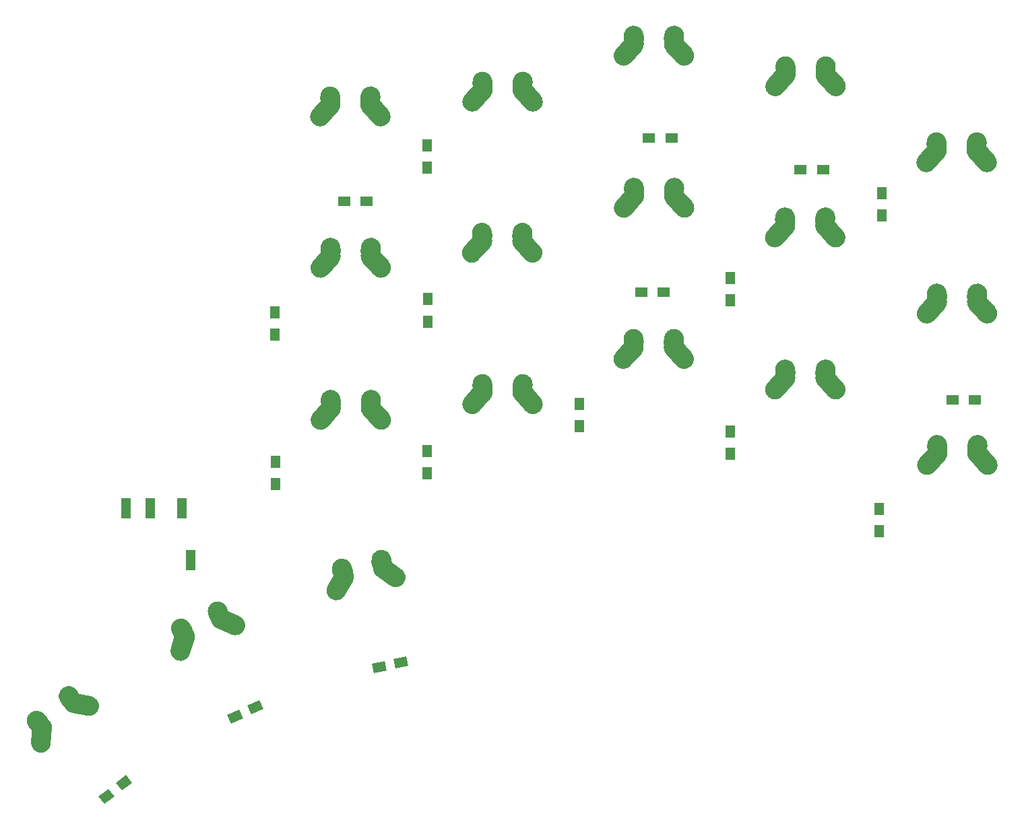
<source format=gbr>
%TF.GenerationSoftware,KiCad,Pcbnew,(5.1.7)-1*%
%TF.CreationDate,2021-04-13T23:29:16+05:30*%
%TF.ProjectId,Pteron56v0,50746572-6f6e-4353-9676-302e6b696361,rev?*%
%TF.SameCoordinates,Original*%
%TF.FileFunction,Paste,Top*%
%TF.FilePolarity,Positive*%
%FSLAX46Y46*%
G04 Gerber Fmt 4.6, Leading zero omitted, Abs format (unit mm)*
G04 Created by KiCad (PCBNEW (5.1.7)-1) date 2021-04-13 23:29:16*
%MOMM*%
%LPD*%
G01*
G04 APERTURE LIST*
%ADD10R,1.600000X1.200000*%
%ADD11R,1.200000X1.600000*%
%ADD12C,0.100000*%
%ADD13R,1.200000X2.500000*%
G04 APERTURE END LIST*
D10*
%TO.C,D8*%
X199850200Y-86080600D03*
X197050200Y-86080600D03*
%TD*%
D11*
%TO.C,D28*%
X111995245Y-96746640D03*
X111995245Y-93946640D03*
%TD*%
%TO.C,D27*%
X111903079Y-77892861D03*
X111903079Y-75092861D03*
%TD*%
D10*
%TO.C,D26*%
X123421600Y-61137800D03*
X120621600Y-61137800D03*
%TD*%
D11*
%TO.C,D24*%
X131007609Y-95338162D03*
X131007609Y-92538162D03*
%TD*%
%TO.C,D23*%
X131169349Y-76261240D03*
X131169349Y-73461240D03*
%TD*%
%TO.C,D22*%
X131017392Y-56906155D03*
X131017392Y-54106155D03*
%TD*%
D12*
%TO.C,D20*%
G36*
X90987351Y-135017245D02*
G01*
X91717865Y-135969269D01*
X90448499Y-136943287D01*
X89717985Y-135991263D01*
X90987351Y-135017245D01*
G37*
G36*
X93208741Y-133312713D02*
G01*
X93939255Y-134264737D01*
X92669889Y-135238755D01*
X91939375Y-134286731D01*
X93208741Y-133312713D01*
G37*
%TD*%
D11*
%TO.C,D19*%
X150192403Y-89465988D03*
X150192403Y-86665988D03*
%TD*%
D10*
%TO.C,D18*%
X160797700Y-72580500D03*
X157997700Y-72580500D03*
%TD*%
%TO.C,D17*%
X161737500Y-53181250D03*
X158937500Y-53181250D03*
%TD*%
D12*
%TO.C,D15*%
G36*
X107388864Y-125058787D02*
G01*
X107896006Y-126146356D01*
X106445914Y-126822545D01*
X105938772Y-125734976D01*
X107388864Y-125058787D01*
G37*
G36*
X109926526Y-123875455D02*
G01*
X110433668Y-124963024D01*
X108983576Y-125639213D01*
X108476434Y-124551644D01*
X109926526Y-123875455D01*
G37*
%TD*%
D11*
%TO.C,D14*%
X169116409Y-92931959D03*
X169116409Y-90131959D03*
%TD*%
%TO.C,D13*%
X169145564Y-73625398D03*
X169145564Y-70825398D03*
%TD*%
D10*
%TO.C,D12*%
X180787500Y-57150000D03*
X177987500Y-57150000D03*
%TD*%
D12*
%TO.C,D10*%
G36*
X125667139Y-118997746D02*
G01*
X125926867Y-120169301D01*
X124364793Y-120515604D01*
X124105065Y-119344049D01*
X125667139Y-118997746D01*
G37*
G36*
X128400767Y-118391716D02*
G01*
X128660495Y-119563271D01*
X127098421Y-119909574D01*
X126838693Y-118738019D01*
X128400767Y-118391716D01*
G37*
%TD*%
D11*
%TO.C,D9*%
X187873952Y-102616766D03*
X187873952Y-99816766D03*
%TD*%
%TO.C,D7*%
X188223421Y-62916973D03*
X188223421Y-60116973D03*
%TD*%
%TO.C,SW17*%
G36*
G01*
X162975918Y-40553992D02*
X164285908Y-42014000D01*
G75*
G02*
X164190310Y-43779180I-930389J-834791D01*
G01*
X164190310Y-43779180D01*
G75*
G02*
X162425130Y-43683582I-834791J930389D01*
G01*
X161115140Y-42223574D01*
G75*
G02*
X161210738Y-40458394I930389J834791D01*
G01*
X161210738Y-40458394D01*
G75*
G02*
X162975918Y-40553992I834791J-930389D01*
G01*
G37*
G36*
G01*
X155798568Y-40975983D02*
X155758487Y-40394786D01*
G75*
G02*
X156919526Y-39061749I1247038J85999D01*
G01*
X156919526Y-39061749D01*
G75*
G02*
X158252563Y-40222788I85999J-1247038D01*
G01*
X158292561Y-40802788D01*
G75*
G02*
X157131522Y-42135825I-1247038J-85999D01*
G01*
X157131522Y-42135825D01*
G75*
G02*
X155798485Y-40974786I-85999J1247038D01*
G01*
G37*
G36*
G01*
X157975908Y-42223574D02*
X156665918Y-43683582D01*
G75*
G02*
X154900738Y-43779180I-930389J834791D01*
G01*
X154900738Y-43779180D01*
G75*
G02*
X154805140Y-42014000I834791J930389D01*
G01*
X156115130Y-40553992D01*
G75*
G02*
X157880310Y-40458394I930389J-834791D01*
G01*
X157880310Y-40458394D01*
G75*
G02*
X157975908Y-42223574I-834791J-930389D01*
G01*
G37*
G36*
G01*
X160798570Y-40801591D02*
X160838485Y-40222788D01*
G75*
G02*
X162171522Y-39061749I1247038J-85999D01*
G01*
X162171522Y-39061749D01*
G75*
G02*
X163332561Y-40394786I-85999J-1247038D01*
G01*
X163292563Y-40974786D01*
G75*
G02*
X161959526Y-42135825I-1247038J85999D01*
G01*
X161959526Y-42135825D01*
G75*
G02*
X160798487Y-40802788I85999J1247038D01*
G01*
G37*
%TD*%
D13*
%TO.C,J1*%
X93218000Y-99747000D03*
X96218000Y-99747000D03*
X100218000Y-99747000D03*
X101318000Y-106247000D03*
%TD*%
%TO.C,SW28*%
G36*
G01*
X124887648Y-86350240D02*
X126197638Y-87810248D01*
G75*
G02*
X126102040Y-89575428I-930389J-834791D01*
G01*
X126102040Y-89575428D01*
G75*
G02*
X124336860Y-89479830I-834791J930389D01*
G01*
X123026870Y-88019822D01*
G75*
G02*
X123122468Y-86254642I930389J834791D01*
G01*
X123122468Y-86254642D01*
G75*
G02*
X124887648Y-86350240I834791J-930389D01*
G01*
G37*
G36*
G01*
X117710298Y-86772231D02*
X117670217Y-86191034D01*
G75*
G02*
X118831256Y-84857997I1247038J85999D01*
G01*
X118831256Y-84857997D01*
G75*
G02*
X120164293Y-86019036I85999J-1247038D01*
G01*
X120204291Y-86599036D01*
G75*
G02*
X119043252Y-87932073I-1247038J-85999D01*
G01*
X119043252Y-87932073D01*
G75*
G02*
X117710215Y-86771034I-85999J1247038D01*
G01*
G37*
G36*
G01*
X119887638Y-88019822D02*
X118577648Y-89479830D01*
G75*
G02*
X116812468Y-89575428I-930389J834791D01*
G01*
X116812468Y-89575428D01*
G75*
G02*
X116716870Y-87810248I834791J930389D01*
G01*
X118026860Y-86350240D01*
G75*
G02*
X119792040Y-86254642I930389J-834791D01*
G01*
X119792040Y-86254642D01*
G75*
G02*
X119887638Y-88019822I-834791J-930389D01*
G01*
G37*
G36*
G01*
X122710300Y-86597839D02*
X122750215Y-86019036D01*
G75*
G02*
X124083252Y-84857997I1247038J-85999D01*
G01*
X124083252Y-84857997D01*
G75*
G02*
X125244291Y-86191034I-85999J-1247038D01*
G01*
X125204293Y-86771034D01*
G75*
G02*
X123871256Y-87932073I-1247038J85999D01*
G01*
X123871256Y-87932073D01*
G75*
G02*
X122710217Y-86599036I85999J1247038D01*
G01*
G37*
%TD*%
%TO.C,SW27*%
G36*
G01*
X124868269Y-67224790D02*
X126178259Y-68684798D01*
G75*
G02*
X126082661Y-70449978I-930389J-834791D01*
G01*
X126082661Y-70449978D01*
G75*
G02*
X124317481Y-70354380I-834791J930389D01*
G01*
X123007491Y-68894372D01*
G75*
G02*
X123103089Y-67129192I930389J834791D01*
G01*
X123103089Y-67129192D01*
G75*
G02*
X124868269Y-67224790I834791J-930389D01*
G01*
G37*
G36*
G01*
X117690919Y-67646781D02*
X117650838Y-67065584D01*
G75*
G02*
X118811877Y-65732547I1247038J85999D01*
G01*
X118811877Y-65732547D01*
G75*
G02*
X120144914Y-66893586I85999J-1247038D01*
G01*
X120184912Y-67473586D01*
G75*
G02*
X119023873Y-68806623I-1247038J-85999D01*
G01*
X119023873Y-68806623D01*
G75*
G02*
X117690836Y-67645584I-85999J1247038D01*
G01*
G37*
G36*
G01*
X119868259Y-68894372D02*
X118558269Y-70354380D01*
G75*
G02*
X116793089Y-70449978I-930389J834791D01*
G01*
X116793089Y-70449978D01*
G75*
G02*
X116697491Y-68684798I834791J930389D01*
G01*
X118007481Y-67224790D01*
G75*
G02*
X119772661Y-67129192I930389J-834791D01*
G01*
X119772661Y-67129192D01*
G75*
G02*
X119868259Y-68894372I-834791J-930389D01*
G01*
G37*
G36*
G01*
X122690921Y-67472389D02*
X122730836Y-66893586D01*
G75*
G02*
X124063873Y-65732547I1247038J-85999D01*
G01*
X124063873Y-65732547D01*
G75*
G02*
X125224912Y-67065584I-85999J-1247038D01*
G01*
X125184914Y-67645584D01*
G75*
G02*
X123851877Y-68806623I-1247038J85999D01*
G01*
X123851877Y-68806623D01*
G75*
G02*
X122690838Y-67473586I85999J1247038D01*
G01*
G37*
%TD*%
%TO.C,SW26*%
G36*
G01*
X124824626Y-48189895D02*
X126134616Y-49649903D01*
G75*
G02*
X126039018Y-51415083I-930389J-834791D01*
G01*
X126039018Y-51415083D01*
G75*
G02*
X124273838Y-51319485I-834791J930389D01*
G01*
X122963848Y-49859477D01*
G75*
G02*
X123059446Y-48094297I930389J834791D01*
G01*
X123059446Y-48094297D01*
G75*
G02*
X124824626Y-48189895I834791J-930389D01*
G01*
G37*
G36*
G01*
X117647276Y-48611886D02*
X117607195Y-48030689D01*
G75*
G02*
X118768234Y-46697652I1247038J85999D01*
G01*
X118768234Y-46697652D01*
G75*
G02*
X120101271Y-47858691I85999J-1247038D01*
G01*
X120141269Y-48438691D01*
G75*
G02*
X118980230Y-49771728I-1247038J-85999D01*
G01*
X118980230Y-49771728D01*
G75*
G02*
X117647193Y-48610689I-85999J1247038D01*
G01*
G37*
G36*
G01*
X119824616Y-49859477D02*
X118514626Y-51319485D01*
G75*
G02*
X116749446Y-51415083I-930389J834791D01*
G01*
X116749446Y-51415083D01*
G75*
G02*
X116653848Y-49649903I834791J930389D01*
G01*
X117963838Y-48189895D01*
G75*
G02*
X119729018Y-48094297I930389J-834791D01*
G01*
X119729018Y-48094297D01*
G75*
G02*
X119824616Y-49859477I-834791J-930389D01*
G01*
G37*
G36*
G01*
X122647278Y-48437494D02*
X122687193Y-47858691D01*
G75*
G02*
X124020230Y-46697652I1247038J-85999D01*
G01*
X124020230Y-46697652D01*
G75*
G02*
X125181269Y-48030689I-85999J-1247038D01*
G01*
X125141271Y-48610689D01*
G75*
G02*
X123808234Y-49771728I-1247038J85999D01*
G01*
X123808234Y-49771728D01*
G75*
G02*
X122647195Y-48438691I85999J1247038D01*
G01*
G37*
%TD*%
%TO.C,SW24*%
G36*
G01*
X143955053Y-84374165D02*
X145265043Y-85834173D01*
G75*
G02*
X145169445Y-87599353I-930389J-834791D01*
G01*
X145169445Y-87599353D01*
G75*
G02*
X143404265Y-87503755I-834791J930389D01*
G01*
X142094275Y-86043747D01*
G75*
G02*
X142189873Y-84278567I930389J834791D01*
G01*
X142189873Y-84278567D01*
G75*
G02*
X143955053Y-84374165I834791J-930389D01*
G01*
G37*
G36*
G01*
X136777703Y-84796156D02*
X136737622Y-84214959D01*
G75*
G02*
X137898661Y-82881922I1247038J85999D01*
G01*
X137898661Y-82881922D01*
G75*
G02*
X139231698Y-84042961I85999J-1247038D01*
G01*
X139271696Y-84622961D01*
G75*
G02*
X138110657Y-85955998I-1247038J-85999D01*
G01*
X138110657Y-85955998D01*
G75*
G02*
X136777620Y-84794959I-85999J1247038D01*
G01*
G37*
G36*
G01*
X138955043Y-86043747D02*
X137645053Y-87503755D01*
G75*
G02*
X135879873Y-87599353I-930389J834791D01*
G01*
X135879873Y-87599353D01*
G75*
G02*
X135784275Y-85834173I834791J930389D01*
G01*
X137094265Y-84374165D01*
G75*
G02*
X138859445Y-84278567I930389J-834791D01*
G01*
X138859445Y-84278567D01*
G75*
G02*
X138955043Y-86043747I-834791J-930389D01*
G01*
G37*
G36*
G01*
X141777705Y-84621764D02*
X141817620Y-84042961D01*
G75*
G02*
X143150657Y-82881922I1247038J-85999D01*
G01*
X143150657Y-82881922D01*
G75*
G02*
X144311696Y-84214959I-85999J-1247038D01*
G01*
X144271698Y-84794959D01*
G75*
G02*
X142938661Y-85955998I-1247038J85999D01*
G01*
X142938661Y-85955998D01*
G75*
G02*
X141777622Y-84622961I85999J1247038D01*
G01*
G37*
%TD*%
%TO.C,SW23*%
G36*
G01*
X143911409Y-65339269D02*
X145221399Y-66799277D01*
G75*
G02*
X145125801Y-68564457I-930389J-834791D01*
G01*
X145125801Y-68564457D01*
G75*
G02*
X143360621Y-68468859I-834791J930389D01*
G01*
X142050631Y-67008851D01*
G75*
G02*
X142146229Y-65243671I930389J834791D01*
G01*
X142146229Y-65243671D01*
G75*
G02*
X143911409Y-65339269I834791J-930389D01*
G01*
G37*
G36*
G01*
X136734059Y-65761260D02*
X136693978Y-65180063D01*
G75*
G02*
X137855017Y-63847026I1247038J85999D01*
G01*
X137855017Y-63847026D01*
G75*
G02*
X139188054Y-65008065I85999J-1247038D01*
G01*
X139228052Y-65588065D01*
G75*
G02*
X138067013Y-66921102I-1247038J-85999D01*
G01*
X138067013Y-66921102D01*
G75*
G02*
X136733976Y-65760063I-85999J1247038D01*
G01*
G37*
G36*
G01*
X138911399Y-67008851D02*
X137601409Y-68468859D01*
G75*
G02*
X135836229Y-68564457I-930389J834791D01*
G01*
X135836229Y-68564457D01*
G75*
G02*
X135740631Y-66799277I834791J930389D01*
G01*
X137050621Y-65339269D01*
G75*
G02*
X138815801Y-65243671I930389J-834791D01*
G01*
X138815801Y-65243671D01*
G75*
G02*
X138911399Y-67008851I-834791J-930389D01*
G01*
G37*
G36*
G01*
X141734061Y-65586868D02*
X141773976Y-65008065D01*
G75*
G02*
X143107013Y-63847026I1247038J-85999D01*
G01*
X143107013Y-63847026D01*
G75*
G02*
X144268052Y-65180063I-85999J-1247038D01*
G01*
X144228054Y-65760063D01*
G75*
G02*
X142895017Y-66921102I-1247038J85999D01*
G01*
X142895017Y-66921102D01*
G75*
G02*
X141733978Y-65588065I85999J1247038D01*
G01*
G37*
%TD*%
%TO.C,SW22*%
G36*
G01*
X143958320Y-46328643D02*
X145268310Y-47788651D01*
G75*
G02*
X145172712Y-49553831I-930389J-834791D01*
G01*
X145172712Y-49553831D01*
G75*
G02*
X143407532Y-49458233I-834791J930389D01*
G01*
X142097542Y-47998225D01*
G75*
G02*
X142193140Y-46233045I930389J834791D01*
G01*
X142193140Y-46233045D01*
G75*
G02*
X143958320Y-46328643I834791J-930389D01*
G01*
G37*
G36*
G01*
X136780970Y-46750634D02*
X136740889Y-46169437D01*
G75*
G02*
X137901928Y-44836400I1247038J85999D01*
G01*
X137901928Y-44836400D01*
G75*
G02*
X139234965Y-45997439I85999J-1247038D01*
G01*
X139274963Y-46577439D01*
G75*
G02*
X138113924Y-47910476I-1247038J-85999D01*
G01*
X138113924Y-47910476D01*
G75*
G02*
X136780887Y-46749437I-85999J1247038D01*
G01*
G37*
G36*
G01*
X138958310Y-47998225D02*
X137648320Y-49458233D01*
G75*
G02*
X135883140Y-49553831I-930389J834791D01*
G01*
X135883140Y-49553831D01*
G75*
G02*
X135787542Y-47788651I834791J930389D01*
G01*
X137097532Y-46328643D01*
G75*
G02*
X138862712Y-46233045I930389J-834791D01*
G01*
X138862712Y-46233045D01*
G75*
G02*
X138958310Y-47998225I-834791J-930389D01*
G01*
G37*
G36*
G01*
X141780972Y-46576242D02*
X141820887Y-45997439D01*
G75*
G02*
X143153924Y-44836400I1247038J-85999D01*
G01*
X143153924Y-44836400D01*
G75*
G02*
X144314963Y-46169437I-85999J-1247038D01*
G01*
X144274965Y-46749437D01*
G75*
G02*
X142941928Y-47910476I-1247038J85999D01*
G01*
X142941928Y-47910476D01*
G75*
G02*
X141780889Y-46577439I85999J1247038D01*
G01*
G37*
%TD*%
%TO.C,SW20*%
G36*
G01*
X86852733Y-123023857D02*
X88780815Y-123384687D01*
G75*
G02*
X89779545Y-124843295I-229939J-1228669D01*
G01*
X89779545Y-124843295D01*
G75*
G02*
X88320937Y-125842025I-1228669J229939D01*
G01*
X86392855Y-125481195D01*
G75*
G02*
X85394125Y-124022587I229939J1228669D01*
G01*
X85394125Y-124022587D01*
G75*
G02*
X86852733Y-123023857I1228669J-229939D01*
G01*
G37*
G36*
G01*
X81415449Y-127727938D02*
X81029841Y-127291243D01*
G75*
G02*
X81139454Y-125526878I936989J827376D01*
G01*
X81139454Y-125526878D01*
G75*
G02*
X82903819Y-125636491I827376J-936989D01*
G01*
X83288633Y-126072287D01*
G75*
G02*
X83179020Y-127836652I-936989J-827376D01*
G01*
X83179020Y-127836652D01*
G75*
G02*
X81414655Y-127727039I-827376J936989D01*
G01*
G37*
G36*
G01*
X83902335Y-127392238D02*
X83751847Y-129348012D01*
G75*
G02*
X82409632Y-130498429I-1246316J95899D01*
G01*
X82409632Y-130498429D01*
G75*
G02*
X81259215Y-129156214I95899J1246316D01*
G01*
X81409703Y-127200440D01*
G75*
G02*
X82751918Y-126050023I1246316J-95899D01*
G01*
X82751918Y-126050023D01*
G75*
G02*
X83902335Y-127392238I-95899J-1246316D01*
G01*
G37*
G36*
G01*
X85277261Y-124547594D02*
X84955368Y-124062283D01*
G75*
G02*
X85306141Y-122329666I1041695J690922D01*
G01*
X85306141Y-122329666D01*
G75*
G02*
X87038758Y-122680439I690922J-1041695D01*
G01*
X87360108Y-123164933D01*
G75*
G02*
X87009335Y-124897550I-1041695J-690922D01*
G01*
X87009335Y-124897550D01*
G75*
G02*
X85276718Y-124546777I-690922J1041695D01*
G01*
G37*
%TD*%
%TO.C,SW19*%
G36*
G01*
X162948385Y-78690070D02*
X164258375Y-80150078D01*
G75*
G02*
X164162777Y-81915258I-930389J-834791D01*
G01*
X164162777Y-81915258D01*
G75*
G02*
X162397597Y-81819660I-834791J930389D01*
G01*
X161087607Y-80359652D01*
G75*
G02*
X161183205Y-78594472I930389J834791D01*
G01*
X161183205Y-78594472D01*
G75*
G02*
X162948385Y-78690070I834791J-930389D01*
G01*
G37*
G36*
G01*
X155771035Y-79112061D02*
X155730954Y-78530864D01*
G75*
G02*
X156891993Y-77197827I1247038J85999D01*
G01*
X156891993Y-77197827D01*
G75*
G02*
X158225030Y-78358866I85999J-1247038D01*
G01*
X158265028Y-78938866D01*
G75*
G02*
X157103989Y-80271903I-1247038J-85999D01*
G01*
X157103989Y-80271903D01*
G75*
G02*
X155770952Y-79110864I-85999J1247038D01*
G01*
G37*
G36*
G01*
X157948375Y-80359652D02*
X156638385Y-81819660D01*
G75*
G02*
X154873205Y-81915258I-930389J834791D01*
G01*
X154873205Y-81915258D01*
G75*
G02*
X154777607Y-80150078I834791J930389D01*
G01*
X156087597Y-78690070D01*
G75*
G02*
X157852777Y-78594472I930389J-834791D01*
G01*
X157852777Y-78594472D01*
G75*
G02*
X157948375Y-80359652I-834791J-930389D01*
G01*
G37*
G36*
G01*
X160771037Y-78937669D02*
X160810952Y-78358866D01*
G75*
G02*
X162143989Y-77197827I1247038J-85999D01*
G01*
X162143989Y-77197827D01*
G75*
G02*
X163305028Y-78530864I-85999J-1247038D01*
G01*
X163265030Y-79110864D01*
G75*
G02*
X161931993Y-80271903I-1247038J85999D01*
G01*
X161931993Y-80271903D01*
G75*
G02*
X160770954Y-78938866I85999J1247038D01*
G01*
G37*
%TD*%
%TO.C,SW18*%
G36*
G01*
X162995302Y-59679442D02*
X164305292Y-61139450D01*
G75*
G02*
X164209694Y-62904630I-930389J-834791D01*
G01*
X164209694Y-62904630D01*
G75*
G02*
X162444514Y-62809032I-834791J930389D01*
G01*
X161134524Y-61349024D01*
G75*
G02*
X161230122Y-59583844I930389J834791D01*
G01*
X161230122Y-59583844D01*
G75*
G02*
X162995302Y-59679442I834791J-930389D01*
G01*
G37*
G36*
G01*
X155817952Y-60101433D02*
X155777871Y-59520236D01*
G75*
G02*
X156938910Y-58187199I1247038J85999D01*
G01*
X156938910Y-58187199D01*
G75*
G02*
X158271947Y-59348238I85999J-1247038D01*
G01*
X158311945Y-59928238D01*
G75*
G02*
X157150906Y-61261275I-1247038J-85999D01*
G01*
X157150906Y-61261275D01*
G75*
G02*
X155817869Y-60100236I-85999J1247038D01*
G01*
G37*
G36*
G01*
X157995292Y-61349024D02*
X156685302Y-62809032D01*
G75*
G02*
X154920122Y-62904630I-930389J834791D01*
G01*
X154920122Y-62904630D01*
G75*
G02*
X154824524Y-61139450I834791J930389D01*
G01*
X156134514Y-59679442D01*
G75*
G02*
X157899694Y-59583844I930389J-834791D01*
G01*
X157899694Y-59583844D01*
G75*
G02*
X157995292Y-61349024I-834791J-930389D01*
G01*
G37*
G36*
G01*
X160817954Y-59927041D02*
X160857869Y-59348238D01*
G75*
G02*
X162190906Y-58187199I1247038J-85999D01*
G01*
X162190906Y-58187199D01*
G75*
G02*
X163351945Y-59520236I-85999J-1247038D01*
G01*
X163311947Y-60100236D01*
G75*
G02*
X161978910Y-61261275I-1247038J85999D01*
G01*
X161978910Y-61261275D01*
G75*
G02*
X160817871Y-59928238I85999J1247038D01*
G01*
G37*
%TD*%
%TO.C,SW15*%
G36*
G01*
X105623560Y-112562970D02*
X107427842Y-113332562D01*
G75*
G02*
X108087198Y-114972760I-490421J-1149777D01*
G01*
X108087198Y-114972760D01*
G75*
G02*
X106447000Y-115632116I-1149777J490421D01*
G01*
X104642718Y-114862524D01*
G75*
G02*
X103983362Y-113222326I490421J1149777D01*
G01*
X103983362Y-113222326D01*
G75*
G02*
X105623560Y-112562970I1149777J-490421D01*
G01*
G37*
G36*
G01*
X99297014Y-115978703D02*
X99015063Y-115468899D01*
G75*
G02*
X99503957Y-113770081I1093856J604962D01*
G01*
X99503957Y-113770081D01*
G75*
G02*
X101202775Y-114258975I604962J-1093856D01*
G01*
X101484145Y-114767729D01*
G75*
G02*
X100995251Y-116466547I-1093856J-604962D01*
G01*
X100995251Y-116466547D01*
G75*
G02*
X99296433Y-115977653I-604962J1093856D01*
G01*
G37*
G36*
G01*
X101797609Y-116189220D02*
X101227381Y-118066064D01*
G75*
G02*
X99667986Y-118898703I-1196017J363378D01*
G01*
X99667986Y-118898703D01*
G75*
G02*
X98835347Y-117339308I363378J1196017D01*
G01*
X99405575Y-115462464D01*
G75*
G02*
X100964970Y-114629825I1196017J-363378D01*
G01*
X100964970Y-114629825D01*
G75*
G02*
X101797609Y-116189220I-363378J-1196017D01*
G01*
G37*
G36*
G01*
X103755637Y-113709595D02*
X103546416Y-113166117D01*
G75*
G02*
X104263881Y-111550492I1166545J449080D01*
G01*
X104263881Y-111550492D01*
G75*
G02*
X105879506Y-112267957I449080J-1166545D01*
G01*
X106088374Y-112810519D01*
G75*
G02*
X105370909Y-114426144I-1166545J-449080D01*
G01*
X105370909Y-114426144D01*
G75*
G02*
X103755284Y-113708679I-449080J1166545D01*
G01*
G37*
%TD*%
%TO.C,SW14*%
G36*
G01*
X182008818Y-82535553D02*
X183318808Y-83995561D01*
G75*
G02*
X183223210Y-85760741I-930389J-834791D01*
G01*
X183223210Y-85760741D01*
G75*
G02*
X181458030Y-85665143I-834791J930389D01*
G01*
X180148040Y-84205135D01*
G75*
G02*
X180243638Y-82439955I930389J834791D01*
G01*
X180243638Y-82439955D01*
G75*
G02*
X182008818Y-82535553I834791J-930389D01*
G01*
G37*
G36*
G01*
X174831468Y-82957544D02*
X174791387Y-82376347D01*
G75*
G02*
X175952426Y-81043310I1247038J85999D01*
G01*
X175952426Y-81043310D01*
G75*
G02*
X177285463Y-82204349I85999J-1247038D01*
G01*
X177325461Y-82784349D01*
G75*
G02*
X176164422Y-84117386I-1247038J-85999D01*
G01*
X176164422Y-84117386D01*
G75*
G02*
X174831385Y-82956347I-85999J1247038D01*
G01*
G37*
G36*
G01*
X177008808Y-84205135D02*
X175698818Y-85665143D01*
G75*
G02*
X173933638Y-85760741I-930389J834791D01*
G01*
X173933638Y-85760741D01*
G75*
G02*
X173838040Y-83995561I834791J930389D01*
G01*
X175148030Y-82535553D01*
G75*
G02*
X176913210Y-82439955I930389J-834791D01*
G01*
X176913210Y-82439955D01*
G75*
G02*
X177008808Y-84205135I-834791J-930389D01*
G01*
G37*
G36*
G01*
X179831470Y-82783152D02*
X179871385Y-82204349D01*
G75*
G02*
X181204422Y-81043310I1247038J-85999D01*
G01*
X181204422Y-81043310D01*
G75*
G02*
X182365461Y-82376347I-85999J-1247038D01*
G01*
X182325463Y-82956347D01*
G75*
G02*
X180992426Y-84117386I-1247038J85999D01*
G01*
X180992426Y-84117386D01*
G75*
G02*
X179831387Y-82784349I85999J1247038D01*
G01*
G37*
%TD*%
%TO.C,SW13*%
G36*
G01*
X181989444Y-63410107D02*
X183299434Y-64870115D01*
G75*
G02*
X183203836Y-66635295I-930389J-834791D01*
G01*
X183203836Y-66635295D01*
G75*
G02*
X181438656Y-66539697I-834791J930389D01*
G01*
X180128666Y-65079689D01*
G75*
G02*
X180224264Y-63314509I930389J834791D01*
G01*
X180224264Y-63314509D01*
G75*
G02*
X181989444Y-63410107I834791J-930389D01*
G01*
G37*
G36*
G01*
X174812094Y-63832098D02*
X174772013Y-63250901D01*
G75*
G02*
X175933052Y-61917864I1247038J85999D01*
G01*
X175933052Y-61917864D01*
G75*
G02*
X177266089Y-63078903I85999J-1247038D01*
G01*
X177306087Y-63658903D01*
G75*
G02*
X176145048Y-64991940I-1247038J-85999D01*
G01*
X176145048Y-64991940D01*
G75*
G02*
X174812011Y-63830901I-85999J1247038D01*
G01*
G37*
G36*
G01*
X176989434Y-65079689D02*
X175679444Y-66539697D01*
G75*
G02*
X173914264Y-66635295I-930389J834791D01*
G01*
X173914264Y-66635295D01*
G75*
G02*
X173818666Y-64870115I834791J930389D01*
G01*
X175128656Y-63410107D01*
G75*
G02*
X176893836Y-63314509I930389J-834791D01*
G01*
X176893836Y-63314509D01*
G75*
G02*
X176989434Y-65079689I-834791J-930389D01*
G01*
G37*
G36*
G01*
X179812096Y-63657706D02*
X179852011Y-63078903D01*
G75*
G02*
X181185048Y-61917864I1247038J-85999D01*
G01*
X181185048Y-61917864D01*
G75*
G02*
X182346087Y-63250901I-85999J-1247038D01*
G01*
X182306089Y-63830901D01*
G75*
G02*
X180973052Y-64991940I-1247038J85999D01*
G01*
X180973052Y-64991940D01*
G75*
G02*
X179812013Y-63658903I85999J1247038D01*
G01*
G37*
%TD*%
%TO.C,SW12*%
G36*
G01*
X182036354Y-44399480D02*
X183346344Y-45859488D01*
G75*
G02*
X183250746Y-47624668I-930389J-834791D01*
G01*
X183250746Y-47624668D01*
G75*
G02*
X181485566Y-47529070I-834791J930389D01*
G01*
X180175576Y-46069062D01*
G75*
G02*
X180271174Y-44303882I930389J834791D01*
G01*
X180271174Y-44303882D01*
G75*
G02*
X182036354Y-44399480I834791J-930389D01*
G01*
G37*
G36*
G01*
X174859004Y-44821471D02*
X174818923Y-44240274D01*
G75*
G02*
X175979962Y-42907237I1247038J85999D01*
G01*
X175979962Y-42907237D01*
G75*
G02*
X177312999Y-44068276I85999J-1247038D01*
G01*
X177352997Y-44648276D01*
G75*
G02*
X176191958Y-45981313I-1247038J-85999D01*
G01*
X176191958Y-45981313D01*
G75*
G02*
X174858921Y-44820274I-85999J1247038D01*
G01*
G37*
G36*
G01*
X177036344Y-46069062D02*
X175726354Y-47529070D01*
G75*
G02*
X173961174Y-47624668I-930389J834791D01*
G01*
X173961174Y-47624668D01*
G75*
G02*
X173865576Y-45859488I834791J930389D01*
G01*
X175175566Y-44399480D01*
G75*
G02*
X176940746Y-44303882I930389J-834791D01*
G01*
X176940746Y-44303882D01*
G75*
G02*
X177036344Y-46069062I-834791J-930389D01*
G01*
G37*
G36*
G01*
X179859006Y-44647079D02*
X179898921Y-44068276D01*
G75*
G02*
X181231958Y-42907237I1247038J-85999D01*
G01*
X181231958Y-42907237D01*
G75*
G02*
X182392997Y-44240274I-85999J-1247038D01*
G01*
X182352999Y-44820274D01*
G75*
G02*
X181019962Y-45981313I-1247038J85999D01*
G01*
X181019962Y-45981313D01*
G75*
G02*
X179858923Y-44648276I85999J1247038D01*
G01*
G37*
%TD*%
%TO.C,SW10*%
G36*
G01*
X126211268Y-106275927D02*
X127806210Y-107417793D01*
G75*
G02*
X128094932Y-109161823I-727654J-1016376D01*
G01*
X128094932Y-109161823D01*
G75*
G02*
X126350902Y-109450545I-1016376J727654D01*
G01*
X124755960Y-108308679D01*
G75*
G02*
X124467238Y-106564649I727654J1016376D01*
G01*
X124467238Y-106564649D01*
G75*
G02*
X126211268Y-106275927I1016376J-727654D01*
G01*
G37*
G36*
G01*
X119295385Y-108241377D02*
X119130459Y-107682633D01*
G75*
G02*
X119975455Y-106129899I1198865J353869D01*
G01*
X119975455Y-106129899D01*
G75*
G02*
X121528189Y-106974895I353869J-1198865D01*
G01*
X121692775Y-107532489D01*
G75*
G02*
X120847779Y-109085223I-1198865J-353869D01*
G01*
X120847779Y-109085223D01*
G75*
G02*
X119295045Y-108240227I-353869J1198865D01*
G01*
G37*
G36*
G01*
X121691143Y-108988133D02*
X120728207Y-110697067D01*
G75*
G02*
X119025560Y-111172454I-1089017J613630D01*
G01*
X119025560Y-111172454D01*
G75*
G02*
X118550173Y-109469807I613630J1089017D01*
G01*
X119513109Y-107760873D01*
G75*
G02*
X121215756Y-107285486I1089017J-613630D01*
G01*
X121215756Y-107285486D01*
G75*
G02*
X121691143Y-108988133I-613630J-1089017D01*
G01*
G37*
G36*
G01*
X124139447Y-106991079D02*
X124052814Y-106415198D01*
G75*
G02*
X125102958Y-104993158I1236092J185948D01*
G01*
X125102958Y-104993158D01*
G75*
G02*
X126524998Y-106043302I185948J-1236092D01*
G01*
X126611484Y-106618212D01*
G75*
G02*
X125561340Y-108040252I-1236092J-185948D01*
G01*
X125561340Y-108040252D01*
G75*
G02*
X124139300Y-106990108I-185948J1236092D01*
G01*
G37*
%TD*%
%TO.C,SW9*%
G36*
G01*
X201110817Y-92021496D02*
X202420807Y-93481504D01*
G75*
G02*
X202325209Y-95246684I-930389J-834791D01*
G01*
X202325209Y-95246684D01*
G75*
G02*
X200560029Y-95151086I-834791J930389D01*
G01*
X199250039Y-93691078D01*
G75*
G02*
X199345637Y-91925898I930389J834791D01*
G01*
X199345637Y-91925898D01*
G75*
G02*
X201110817Y-92021496I834791J-930389D01*
G01*
G37*
G36*
G01*
X193933467Y-92443487D02*
X193893386Y-91862290D01*
G75*
G02*
X195054425Y-90529253I1247038J85999D01*
G01*
X195054425Y-90529253D01*
G75*
G02*
X196387462Y-91690292I85999J-1247038D01*
G01*
X196427460Y-92270292D01*
G75*
G02*
X195266421Y-93603329I-1247038J-85999D01*
G01*
X195266421Y-93603329D01*
G75*
G02*
X193933384Y-92442290I-85999J1247038D01*
G01*
G37*
G36*
G01*
X196110807Y-93691078D02*
X194800817Y-95151086D01*
G75*
G02*
X193035637Y-95246684I-930389J834791D01*
G01*
X193035637Y-95246684D01*
G75*
G02*
X192940039Y-93481504I834791J930389D01*
G01*
X194250029Y-92021496D01*
G75*
G02*
X196015209Y-91925898I930389J-834791D01*
G01*
X196015209Y-91925898D01*
G75*
G02*
X196110807Y-93691078I-834791J-930389D01*
G01*
G37*
G36*
G01*
X198933469Y-92269095D02*
X198973384Y-91690292D01*
G75*
G02*
X200306421Y-90529253I1247038J-85999D01*
G01*
X200306421Y-90529253D01*
G75*
G02*
X201467460Y-91862290I-85999J-1247038D01*
G01*
X201427462Y-92442290D01*
G75*
G02*
X200094425Y-93603329I-1247038J85999D01*
G01*
X200094425Y-93603329D01*
G75*
G02*
X198933386Y-92270292I85999J1247038D01*
G01*
G37*
%TD*%
%TO.C,SW8*%
G36*
G01*
X201067175Y-72986596D02*
X202377165Y-74446604D01*
G75*
G02*
X202281567Y-76211784I-930389J-834791D01*
G01*
X202281567Y-76211784D01*
G75*
G02*
X200516387Y-76116186I-834791J930389D01*
G01*
X199206397Y-74656178D01*
G75*
G02*
X199301995Y-72890998I930389J834791D01*
G01*
X199301995Y-72890998D01*
G75*
G02*
X201067175Y-72986596I834791J-930389D01*
G01*
G37*
G36*
G01*
X193889825Y-73408587D02*
X193849744Y-72827390D01*
G75*
G02*
X195010783Y-71494353I1247038J85999D01*
G01*
X195010783Y-71494353D01*
G75*
G02*
X196343820Y-72655392I85999J-1247038D01*
G01*
X196383818Y-73235392D01*
G75*
G02*
X195222779Y-74568429I-1247038J-85999D01*
G01*
X195222779Y-74568429D01*
G75*
G02*
X193889742Y-73407390I-85999J1247038D01*
G01*
G37*
G36*
G01*
X196067165Y-74656178D02*
X194757175Y-76116186D01*
G75*
G02*
X192991995Y-76211784I-930389J834791D01*
G01*
X192991995Y-76211784D01*
G75*
G02*
X192896397Y-74446604I834791J930389D01*
G01*
X194206387Y-72986596D01*
G75*
G02*
X195971567Y-72890998I930389J-834791D01*
G01*
X195971567Y-72890998D01*
G75*
G02*
X196067165Y-74656178I-834791J-930389D01*
G01*
G37*
G36*
G01*
X198889827Y-73234195D02*
X198929742Y-72655392D01*
G75*
G02*
X200262779Y-71494353I1247038J-85999D01*
G01*
X200262779Y-71494353D01*
G75*
G02*
X201423818Y-72827390I-85999J-1247038D01*
G01*
X201383820Y-73407390D01*
G75*
G02*
X200050783Y-74568429I-1247038J85999D01*
G01*
X200050783Y-74568429D01*
G75*
G02*
X198889744Y-73235392I85999J1247038D01*
G01*
G37*
%TD*%
%TO.C,SW7*%
G36*
G01*
X201023527Y-53951695D02*
X202333517Y-55411703D01*
G75*
G02*
X202237919Y-57176883I-930389J-834791D01*
G01*
X202237919Y-57176883D01*
G75*
G02*
X200472739Y-57081285I-834791J930389D01*
G01*
X199162749Y-55621277D01*
G75*
G02*
X199258347Y-53856097I930389J834791D01*
G01*
X199258347Y-53856097D01*
G75*
G02*
X201023527Y-53951695I834791J-930389D01*
G01*
G37*
G36*
G01*
X193846177Y-54373686D02*
X193806096Y-53792489D01*
G75*
G02*
X194967135Y-52459452I1247038J85999D01*
G01*
X194967135Y-52459452D01*
G75*
G02*
X196300172Y-53620491I85999J-1247038D01*
G01*
X196340170Y-54200491D01*
G75*
G02*
X195179131Y-55533528I-1247038J-85999D01*
G01*
X195179131Y-55533528D01*
G75*
G02*
X193846094Y-54372489I-85999J1247038D01*
G01*
G37*
G36*
G01*
X196023517Y-55621277D02*
X194713527Y-57081285D01*
G75*
G02*
X192948347Y-57176883I-930389J834791D01*
G01*
X192948347Y-57176883D01*
G75*
G02*
X192852749Y-55411703I834791J930389D01*
G01*
X194162739Y-53951695D01*
G75*
G02*
X195927919Y-53856097I930389J-834791D01*
G01*
X195927919Y-53856097D01*
G75*
G02*
X196023517Y-55621277I-834791J-930389D01*
G01*
G37*
G36*
G01*
X198846179Y-54199294D02*
X198886094Y-53620491D01*
G75*
G02*
X200219131Y-52459452I1247038J-85999D01*
G01*
X200219131Y-52459452D01*
G75*
G02*
X201380170Y-53792489I-85999J-1247038D01*
G01*
X201340172Y-54372489D01*
G75*
G02*
X200007135Y-55533528I-1247038J85999D01*
G01*
X200007135Y-55533528D01*
G75*
G02*
X198846096Y-54200491I85999J1247038D01*
G01*
G37*
%TD*%
M02*

</source>
